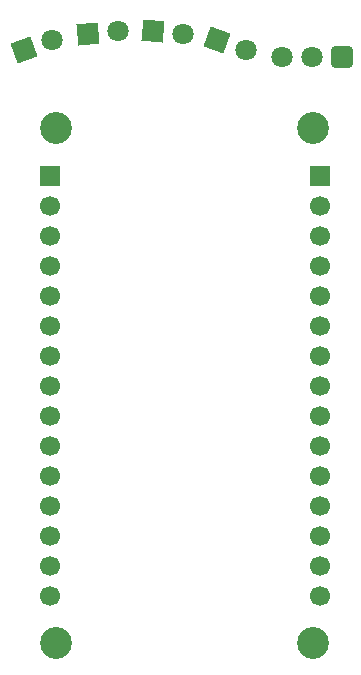
<source format=gbr>
%TF.GenerationSoftware,KiCad,Pcbnew,9.0.2*%
%TF.CreationDate,2025-06-28T18:53:09+03:00*%
%TF.ProjectId,esp-remote-board,6573702d-7265-46d6-9f74-652d626f6172,rev?*%
%TF.SameCoordinates,Original*%
%TF.FileFunction,Soldermask,Bot*%
%TF.FilePolarity,Negative*%
%FSLAX46Y46*%
G04 Gerber Fmt 4.6, Leading zero omitted, Abs format (unit mm)*
G04 Created by KiCad (PCBNEW 9.0.2) date 2025-06-28 18:53:09*
%MOMM*%
%LPD*%
G01*
G04 APERTURE LIST*
G04 Aperture macros list*
%AMRoundRect*
0 Rectangle with rounded corners*
0 $1 Rounding radius*
0 $2 $3 $4 $5 $6 $7 $8 $9 X,Y pos of 4 corners*
0 Add a 4 corners polygon primitive as box body*
4,1,4,$2,$3,$4,$5,$6,$7,$8,$9,$2,$3,0*
0 Add four circle primitives for the rounded corners*
1,1,$1+$1,$2,$3*
1,1,$1+$1,$4,$5*
1,1,$1+$1,$6,$7*
1,1,$1+$1,$8,$9*
0 Add four rect primitives between the rounded corners*
20,1,$1+$1,$2,$3,$4,$5,0*
20,1,$1+$1,$4,$5,$6,$7,0*
20,1,$1+$1,$6,$7,$8,$9,0*
20,1,$1+$1,$8,$9,$2,$3,0*%
%AMRotRect*
0 Rectangle, with rotation*
0 The origin of the aperture is its center*
0 $1 length*
0 $2 width*
0 $3 Rotation angle, in degrees counterclockwise*
0 Add horizontal line*
21,1,$1,$2,0,0,$3*%
G04 Aperture macros list end*
%ADD10RotRect,1.800000X1.800000X355.000000*%
%ADD11C,1.800000*%
%ADD12C,2.700000*%
%ADD13R,1.700000X1.700000*%
%ADD14C,1.700000*%
%ADD15RotRect,1.800000X1.800000X5.000000*%
%ADD16RotRect,1.800000X1.800000X20.000000*%
%ADD17RoundRect,0.248400X0.651600X0.651600X-0.651600X0.651600X-0.651600X-0.651600X0.651600X-0.651600X0*%
%ADD18RotRect,1.800000X1.800000X340.000000*%
G04 APERTURE END LIST*
D10*
%TO.C,D6*%
X150249770Y-70538624D03*
D11*
X152780106Y-70760000D03*
%TD*%
D12*
%TO.C,REF\u002A\u002A*%
X142080000Y-78722730D03*
%TD*%
D13*
%TO.C,J2*%
X164390000Y-82782730D03*
D14*
X164390000Y-85322730D03*
X164390000Y-87862730D03*
X164390000Y-90402730D03*
X164390000Y-92942730D03*
X164390000Y-95482730D03*
X164390000Y-98022730D03*
X164390000Y-100562730D03*
X164390000Y-103102730D03*
X164390000Y-105642730D03*
X164390000Y-108182730D03*
X164390000Y-110722730D03*
X164390000Y-113262730D03*
X164390000Y-115802730D03*
X164390000Y-118342730D03*
%TD*%
D12*
%TO.C,REF\u002A\u002A*%
X163790000Y-122342730D03*
%TD*%
D15*
%TO.C,D5*%
X144779770Y-70760000D03*
D11*
X147310106Y-70538624D03*
%TD*%
D12*
%TO.C,REF\u002A\u002A*%
X163790000Y-78722730D03*
%TD*%
D16*
%TO.C,D4*%
X139309770Y-72128731D03*
D11*
X141696589Y-71260000D03*
%TD*%
D17*
%TO.C,U2*%
X166289770Y-72760000D03*
D11*
X163749770Y-72760000D03*
X161209770Y-72760000D03*
%TD*%
D13*
%TO.C,J1*%
X141530000Y-82782730D03*
D14*
X141530000Y-85322730D03*
X141530000Y-87862730D03*
X141530000Y-90402730D03*
X141530000Y-92942730D03*
X141530000Y-95482730D03*
X141530000Y-98022730D03*
X141530000Y-100562730D03*
X141530000Y-103102730D03*
X141530000Y-105642730D03*
X141530000Y-108182730D03*
X141530000Y-110722730D03*
X141530000Y-113262730D03*
X141530000Y-115802730D03*
X141530000Y-118342730D03*
%TD*%
D18*
%TO.C,D7*%
X155719770Y-71260000D03*
D11*
X158106589Y-72128731D03*
%TD*%
D12*
%TO.C,REF\u002A\u002A*%
X142080000Y-122342730D03*
%TD*%
M02*

</source>
